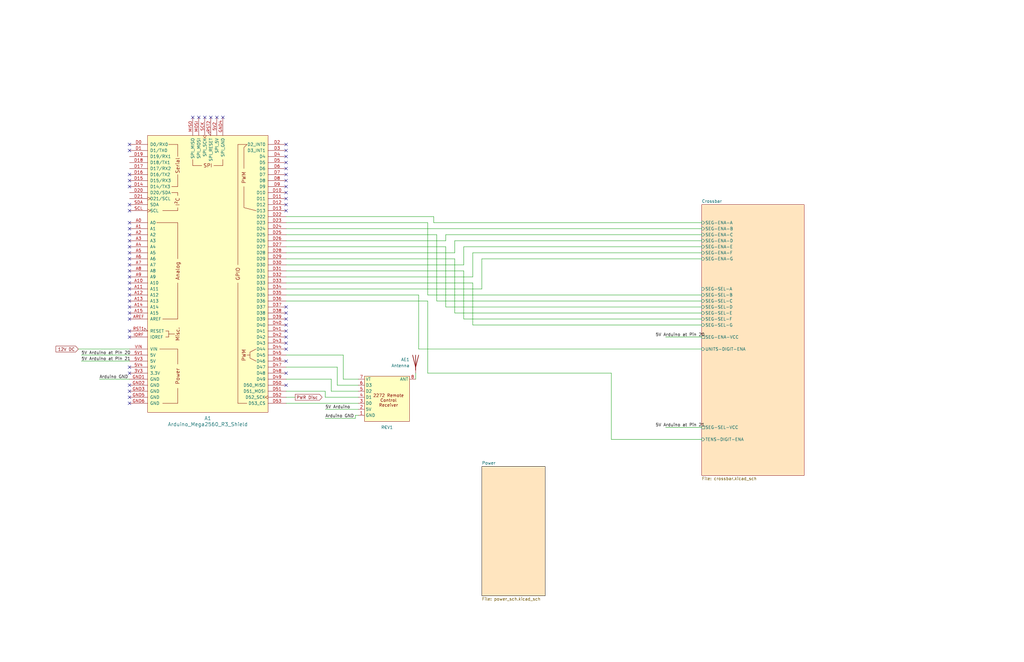
<source format=kicad_sch>
(kicad_sch (version 20230121) (generator eeschema)
  (paper "USLedger")
  (lib_symbols
    (symbol "Device:Antenna" (pin_numbers hide) (pin_names (offset 1.016) hide)
      (property "Reference" "AE1" (at 2.54 0.635 0))
      (property "Value" "Antenna" (at 2.54 -1.905 0))
      (symbol "Antenna_0_1"
        (polyline (pts (xy 0 2.54) (xy 0 -3.81)) (stroke (width 0.254)))
        (polyline (pts (xy 1.27 2.54) (xy 0 -2.54) (xy -1.27 2.54)) (stroke (width 0.254)))
      )
      (symbol "Antenna_1_1"
        (pin output line (at 0 -5.08 90) (length 2.54) (name "A") (number "1"))
      )
    )
    (symbol "PCM_arduino-library:Arduino_Mega2560_R3_Shield" (pin_names (offset 1.016))
      (property "Reference" "A1" (at 0 -60.96 0))
      (property "Value" "Arduino_Mega2560_R3_Shield" (at 0 -63.5 0))
      (symbol "Arduino_Mega2560_R3_Shield_0_0"
        (rectangle (start -25.4 -58.42) (end 25.4 58.42) (fill (type background)))
        (rectangle (start -20.32 -31.75) (end -12.7 -31.75))
        (rectangle (start -19.05 -54.61) (end -12.7 -54.61))
        (rectangle (start -19.05 -19.05) (end -12.7 -19.05))
        (rectangle (start -19.05 26.67) (end -12.7 26.67))
        (rectangle (start -17.78 -26.67) (end -16.51 -26.67))
        (rectangle (start -17.78 -24.13) (end -16.51 -24.13))
        (rectangle (start -16.51 -25.4) (end -13.97 -25.4))
        (rectangle (start -16.51 -24.13) (end -16.51 -26.67))
        (rectangle (start -16.51 54.61) (end -12.7 54.61))
        (rectangle (start -15.24 34.29) (end -12.7 34.29))
        (rectangle (start -15.24 36.83) (end -12.7 36.83))
        (rectangle (start -12.7 -54.61) (end -12.7 -48.26))
        (rectangle (start -12.7 -31.75) (end -12.7 -38.1))
        (rectangle (start -12.7 26.67) (end -12.7 27.94))
        (rectangle (start -12.7 34.29) (end -12.7 33.02))
        (rectangle (start -12.7 41.91) (end -12.7 36.83))
        (rectangle (start -12.7 49.53) (end -12.7 54.61))
        (rectangle (start -6.35 48.26) (end -6.35 45.72))
        (rectangle (start -2.54 45.72) (end -6.35 45.72))
        (polyline (pts (xy -21.59 21.59) (xy -12.7 21.59)))
        (polyline (pts (xy -12.7 -19.05) (xy -12.7 -3.81)))
        (polyline (pts (xy -12.7 6.35) (xy -12.7 21.59)))
        (polyline (pts (xy 12.7 -54.61) (xy 16.51 -54.61)))
        (polyline (pts (xy 12.7 54.61) (xy 16.51 54.61)))
        (polyline (pts (xy 17.78 -34.29) (xy 16.51 -34.29)))
        (polyline (pts (xy 15.24 36.83) (xy 15.24 27.94) (xy 20.32 26.67)))
        (polyline (pts (xy 15.24 44.45) (xy 15.24 53.34) (xy 16.51 54.61)))
        (polyline (pts (xy 20.32 -31.75) (xy 17.78 -33.02) (xy 17.78 -35.56) (xy 20.32 -36.83)))
        (rectangle (start 6.35 45.72) (end 2.54 45.72))
        (rectangle (start 6.35 48.26) (end 6.35 45.72))
        (text "Analog" (at -12.7 1.27 900) (effects (font (size 1.524 1.524))))
        (text "I²C" (at -12.7 30.48 900) (effects (font (size 1.524 1.524))))
        (text "Misc." (at -12.7 -25.4 900) (effects (font (size 1.524 1.524))))
        (text "Power" (at -12.7 -43.18 900) (effects (font (size 1.524 1.524))))
        (text "PWM" (at 15.24 -34.29 900) (effects (font (size 1.524 1.524))))
        (text "PWM" (at 15.24 40.64 900) (effects (font (size 1.524 1.524))))
        (text "Serial" (at -12.7 45.72 900) (effects (font (size 1.524 1.524))))
        (text "SPI" (at 0 45.72 0) (effects (font (size 1.524 1.524))))
      )
      (symbol "Arduino_Mega2560_R3_Shield_1_0"
        (rectangle (start 12.7 -54.61) (end 12.7 -3.81))
        (rectangle (start 12.7 54.61) (end 12.7 3.81))
        (text "GPIO" (at 12.7 0 900) (effects (font (size 1.524 1.524))))
      )
      (symbol "Arduino_Mega2560_R3_Shield_1_1"
        (pin power_out line (at -33.02 -41.91 0) (length 7.62) (name "3.3V") (number "3V3"))
        (pin power_out line (at -33.02 -34.29 0) (length 7.62) (name "5V") (number "5V1"))
        (pin power_in line (at 3.81 66.04 270) (length 7.62) (name "SPI_5V") (number "5V2"))
        (pin power_in line (at -33.02 -36.83 0) (length 7.62) (name "5V") (number "5V3"))
        (pin power_in line (at -33.02 -39.37 0) (length 7.62) (name "5V") (number "5V4"))
        (pin bidirectional line (at -33.02 21.59 0) (length 7.62) (name "A0") (number "A0"))
        (pin bidirectional line (at -33.02 19.05 0) (length 7.62) (name "A1") (number "A1"))
        (pin bidirectional line (at -33.02 -3.81 0) (length 7.62) (name "A10") (number "A10"))
        (pin bidirectional line (at -33.02 -6.35 0) (length 7.62) (name "A11") (number "A11"))
        (pin bidirectional line (at -33.02 -8.89 0) (length 7.62) (name "A12") (number "A12"))
        (pin bidirectional line (at -33.02 -11.43 0) (length 7.62) (name "A13") (number "A13"))
        (pin bidirectional line (at -33.02 -13.97 0) (length 7.62) (name "A14") (number "A14"))
        (pin bidirectional line (at -33.02 -16.51 0) (length 7.62) (name "A15") (number "A15"))
        (pin bidirectional line (at -33.02 16.51 0) (length 7.62) (name "A2") (number "A2"))
        (pin bidirectional line (at -33.02 13.97 0) (length 7.62) (name "A3") (number "A3"))
        (pin bidirectional line (at -33.02 11.43 0) (length 7.62) (name "A4") (number "A4"))
        (pin bidirectional line (at -33.02 8.89 0) (length 7.62) (name "A5") (number "A5"))
        (pin bidirectional line (at -33.02 6.35 0) (length 7.62) (name "A6") (number "A6"))
        (pin bidirectional line (at -33.02 3.81 0) (length 7.62) (name "A7") (number "A7"))
        (pin bidirectional line (at -33.02 1.27 0) (length 7.62) (name "A8") (number "A8"))
        (pin bidirectional line (at -33.02 -1.27 0) (length 7.62) (name "A9") (number "A9"))
        (pin input line (at -33.02 -19.05 0) (length 7.62) (name "AREF") (number "AREF"))
        (pin bidirectional line (at -33.02 54.61 0) (length 7.62) (name "D0/RX0") (number "D0"))
        (pin bidirectional line (at -33.02 52.07 0) (length 7.62) (name "D1/TX0") (number "D1"))
        (pin bidirectional line (at 33.02 34.29 180) (length 7.62) (name "D10") (number "D10"))
        (pin bidirectional line (at 33.02 31.75 180) (length 7.62) (name "D11") (number "D11"))
        (pin bidirectional line (at 33.02 29.21 180) (length 7.62) (name "D12") (number "D12"))
        (pin bidirectional line (at 33.02 26.67 180) (length 7.62) (name "D13") (number "D13"))
        (pin bidirectional line (at -33.02 36.83 0) (length 7.62) (name "D14/TX3") (number "D14"))
        (pin bidirectional line (at -33.02 39.37 0) (length 7.62) (name "D15/RX3") (number "D15"))
        (pin bidirectional line (at -33.02 41.91 0) (length 7.62) (name "D16/TX2") (number "D16"))
        (pin bidirectional line (at -33.02 44.45 0) (length 7.62) (name "D17/RX2") (number "D17"))
        (pin bidirectional line (at -33.02 46.99 0) (length 7.62) (name "D18/TX1") (number "D18"))
        (pin bidirectional line (at -33.02 49.53 0) (length 7.62) (name "D19/RX1") (number "D19"))
        (pin bidirectional line (at 33.02 54.61 180) (length 7.62) (name "D2_INT0") (number "D2"))
        (pin bidirectional line (at -33.02 34.29 0) (length 7.62) (name "D20/SDA") (number "D20"))
        (pin bidirectional clock (at -33.02 31.75 0) (length 7.62) (name "D21/SCL") (number "D21"))
        (pin bidirectional line (at 33.02 24.13 180) (length 7.62) (name "D22") (number "D22"))
        (pin bidirectional line (at 33.02 21.59 180) (length 7.62) (name "D23") (number "D23"))
        (pin bidirectional line (at 33.02 19.05 180) (length 7.62) (name "D24") (number "D24"))
        (pin bidirectional line (at 33.02 16.51 180) (length 7.62) (name "D25") (number "D25"))
        (pin bidirectional line (at 33.02 13.97 180) (length 7.62) (name "D26") (number "D26"))
        (pin bidirectional line (at 33.02 11.43 180) (length 7.62) (name "D27") (number "D27"))
        (pin bidirectional line (at 33.02 8.89 180) (length 7.62) (name "D28") (number "D28"))
        (pin bidirectional line (at 33.02 6.35 180) (length 7.62) (name "D29") (number "D29"))
        (pin bidirectional line (at 33.02 52.07 180) (length 7.62) (name "D3_INT1") (number "D3"))
        (pin bidirectional line (at 33.02 3.81 180) (length 7.62) (name "D30") (number "D30"))
        (pin bidirectional line (at 33.02 1.27 180) (length 7.62) (name "D31") (number "D31"))
        (pin bidirectional line (at 33.02 -1.27 180) (length 7.62) (name "D32") (number "D32"))
        (pin bidirectional line (at 33.02 -3.81 180) (length 7.62) (name "D33") (number "D33"))
        (pin bidirectional line (at 33.02 -6.35 180) (length 7.62) (name "D34") (number "D34"))
        (pin bidirectional line (at 33.02 -8.89 180) (length 7.62) (name "D35") (number "D35"))
        (pin bidirectional line (at 33.02 -11.43 180) (length 7.62) (name "D36") (number "D36"))
        (pin bidirectional line (at 33.02 -13.97 180) (length 7.62) (name "D37") (number "D37"))
        (pin bidirectional line (at 33.02 -16.51 180) (length 7.62) (name "D38") (number "D38"))
        (pin bidirectional line (at 33.02 -19.05 180) (length 7.62) (name "D39") (number "D39"))
        (pin bidirectional line (at 33.02 49.53 180) (length 7.62) (name "D4") (number "D4"))
        (pin bidirectional line (at 33.02 -21.59 180) (length 7.62) (name "D40") (number "D40"))
        (pin bidirectional line (at 33.02 -24.13 180) (length 7.62) (name "D41") (number "D41"))
        (pin bidirectional line (at 33.02 -26.67 180) (length 7.62) (name "D42") (number "D42"))
        (pin bidirectional line (at 33.02 -29.21 180) (length 7.62) (name "D43") (number "D43"))
        (pin bidirectional line (at 33.02 -31.75 180) (length 7.62) (name "D44") (number "D44"))
        (pin bidirectional line (at 33.02 -34.29 180) (length 7.62) (name "D45") (number "D45"))
        (pin bidirectional line (at 33.02 -36.83 180) (length 7.62) (name "D46") (number "D46"))
        (pin bidirectional line (at 33.02 -39.37 180) (length 7.62) (name "D47") (number "D47"))
        (pin bidirectional line (at 33.02 -41.91 180) (length 7.62) (name "D48") (number "D48"))
        (pin bidirectional line (at 33.02 -44.45 180) (length 7.62) (name "D49") (number "D49"))
        (pin bidirectional line (at 33.02 46.99 180) (length 7.62) (name "D5") (number "D5"))
        (pin bidirectional line (at 33.02 -46.99 180) (length 7.62) (name "D50_MISO") (number "D50"))
        (pin bidirectional line (at 33.02 -49.53 180) (length 7.62) (name "D51_MOSI") (number "D51"))
        (pin bidirectional clock (at 33.02 -52.07 180) (length 7.62) (name "D52_SCK") (number "D52"))
        (pin bidirectional line (at 33.02 -54.61 180) (length 7.62) (name "D53_CS") (number "D53"))
        (pin bidirectional line (at 33.02 44.45 180) (length 7.62) (name "D6") (number "D6"))
        (pin bidirectional line (at 33.02 41.91 180) (length 7.62) (name "D7") (number "D7"))
        (pin bidirectional line (at 33.02 39.37 180) (length 7.62) (name "D8") (number "D8"))
        (pin bidirectional line (at 33.02 36.83 180) (length 7.62) (name "D9") (number "D9"))
        (pin power_in line (at -33.02 -44.45 0) (length 7.62) (name "GND") (number "GND1"))
        (pin power_in line (at -33.02 -46.99 0) (length 7.62) (name "GND") (number "GND2"))
        (pin power_in line (at -33.02 -49.53 0) (length 7.62) (name "GND") (number "GND3"))
        (pin power_in line (at 6.35 66.04 270) (length 7.62) (name "SPI_GND") (number "GND4"))
        (pin power_in line (at -33.02 -52.07 0) (length 7.62) (name "GND") (number "GND5"))
        (pin power_in line (at -33.02 -54.61 0) (length 7.62) (name "GND") (number "GND6"))
        (pin output line (at -33.02 -26.67 0) (length 7.62) (name "IOREF") (number "IORF"))
        (pin input line (at -6.35 66.04 270) (length 7.62) (name "SPI_MISO") (number "MISO"))
        (pin output line (at -3.81 66.04 270) (length 7.62) (name "SPI_MOSI") (number "MOSI"))
        (pin open_collector input_low (at -33.02 -24.13 0) (length 7.62) (name "RESET") (number "RST1"))
        (pin open_collector input_low (at 1.27 66.04 270) (length 7.62) (name "SPI_RESET") (number "RST2"))
        (pin output clock (at -1.27 66.04 270) (length 7.62) (name "SPI_SCK") (number "SCK"))
        (pin bidirectional clock (at -33.02 26.67 0) (length 7.62) (name "SCL") (number "SCL"))
        (pin bidirectional line (at -33.02 29.21 0) (length 7.62) (name "SDA") (number "SDA"))
        (pin power_in line (at -33.02 -31.75 0) (length 7.62) (name "VIN") (number "VIN"))
      )
    )
    (symbol "Project Library:Marstech_2272_Receiver" (on_board no)
      (property "Reference" "RCV" (at 0 0 0))
      (symbol "Marstech_2272_Receiver_1_1"
        (rectangle (start -10.16 -2.54) (end 8.89 -21.59) (fill (type background)))
        (text "2272 Remote\nControl\nReceiver" (at -1.27 -11.43 0) (effects (font (size 1.27 1.27))))
        (pin power_in line (at 11.43 -5.08 180) (length 2.54) (name "GND") (number "1"))
        (pin power_in line (at 11.43 -7.62 180) (length 2.54) (name "5V") (number "2"))
        (pin output line (at 11.43 -10.16 180) (length 2.54) (name "D0") (number "3"))
        (pin output line (at 11.43 -12.7 180) (length 2.54) (name "D1") (number "4"))
        (pin output line (at 11.43 -15.24 180) (length 2.54) (name "D2") (number "5"))
        (pin output line (at 11.43 -17.78 180) (length 2.54) (name "D3") (number "6"))
        (pin output line (at 11.43 -20.32 180) (length 2.54) (name "VT") (number "7"))
        (pin input line (at -12.7 -20.32 0) (length 2.54) (name "ANT") (number "8"))
      )
    )
  )
  (no_connect (at 120.65 73.66))
  (no_connect (at 120.65 68.58))
  (no_connect (at 54.61 78.74))
  (no_connect (at 88.9 49.53))
  (no_connect (at 54.61 114.3))
  (no_connect (at 54.61 104.14))
  (no_connect (at 54.61 99.06))
  (no_connect (at 120.65 132.08))
  (no_connect (at 54.61 76.2))
  (no_connect (at 120.65 83.82))
  (no_connect (at 120.65 147.32))
  (no_connect (at 120.65 157.48))
  (no_connect (at 54.61 93.98))
  (no_connect (at 54.61 111.76))
  (no_connect (at 54.61 139.7))
  (no_connect (at 120.65 134.62))
  (no_connect (at 54.61 127))
  (no_connect (at 120.65 152.4))
  (no_connect (at 120.65 139.7))
  (no_connect (at 54.61 132.08))
  (no_connect (at 93.98 49.53))
  (no_connect (at 54.61 106.68))
  (no_connect (at 54.61 157.48))
  (no_connect (at 120.65 76.2))
  (no_connect (at 54.61 142.24))
  (no_connect (at 120.65 86.36))
  (no_connect (at 54.61 154.94))
  (no_connect (at 120.65 144.78))
  (no_connect (at 54.61 101.6))
  (no_connect (at 54.61 60.96))
  (no_connect (at 83.82 49.53))
  (no_connect (at 120.65 78.74))
  (no_connect (at 54.61 96.52))
  (no_connect (at 120.65 162.56))
  (no_connect (at 54.61 86.36))
  (no_connect (at 120.65 129.54))
  (no_connect (at 54.61 167.64))
  (no_connect (at 54.61 109.22))
  (no_connect (at 120.65 66.04))
  (no_connect (at 120.65 88.9))
  (no_connect (at 54.61 124.46))
  (no_connect (at 120.65 60.96))
  (no_connect (at 54.61 119.38))
  (no_connect (at 54.61 134.62))
  (no_connect (at 120.65 71.12))
  (no_connect (at 54.61 121.92))
  (no_connect (at 54.61 162.56))
  (no_connect (at 54.61 170.18))
  (no_connect (at 91.44 49.53))
  (no_connect (at 120.65 137.16))
  (no_connect (at 54.61 88.9))
  (no_connect (at 120.65 142.24))
  (no_connect (at 86.36 49.53))
  (no_connect (at 120.65 63.5))
  (no_connect (at 120.65 81.28))
  (no_connect (at 54.61 73.66))
  (no_connect (at 54.61 116.84))
  (no_connect (at 54.61 165.1))
  (no_connect (at 54.61 129.54))
  (no_connect (at 54.61 63.5))
  (no_connect (at 81.28 49.53))
  (wire (pts (xy 280.67 142.24) (xy 295.91 142.24)))
  (wire (pts (xy 139.7 160.02) (xy 120.65 160.02)))
  (wire (pts (xy 151.13 162.56) (xy 142.24 162.56)))
  (wire (pts (xy 34.29 149.86) (xy 54.61 149.86)))
  (wire (pts (xy 191.77 109.22) (xy 120.65 109.22)))
  (wire (pts (xy 257.81 157.48) (xy 257.81 185.42)))
  (wire (pts (xy 120.65 124.46) (xy 176.53 124.46)))
  (wire (pts (xy 191.77 132.08) (xy 295.91 132.08)))
  (wire (pts (xy 137.16 176.53) (xy 149.86 176.53)))
  (wire (pts (xy 142.24 162.56) (xy 142.24 154.94)))
  (wire (pts (xy 195.58 104.14) (xy 195.58 111.76)))
  (wire (pts (xy 180.34 124.46) (xy 180.34 93.98)))
  (wire (pts (xy 41.91 160.02) (xy 54.61 160.02)))
  (wire (pts (xy 120.65 167.64) (xy 124.46 167.64)))
  (wire (pts (xy 199.39 137.16) (xy 199.39 119.38)))
  (wire (pts (xy 151.13 175.26) (xy 149.86 175.26)))
  (wire (pts (xy 175.26 157.48) (xy 175.26 160.02)))
  (wire (pts (xy 199.39 137.16) (xy 295.91 137.16)))
  (wire (pts (xy 199.39 119.38) (xy 120.65 119.38)))
  (wire (pts (xy 191.77 101.6) (xy 295.91 101.6)))
  (wire (pts (xy 137.16 172.72) (xy 151.13 172.72)))
  (wire (pts (xy 120.65 93.98) (xy 180.34 93.98)))
  (wire (pts (xy 120.65 99.06) (xy 184.15 99.06)))
  (wire (pts (xy 120.65 96.52) (xy 295.91 96.52)))
  (wire (pts (xy 203.2 109.22) (xy 295.91 109.22)))
  (wire (pts (xy 139.7 165.1) (xy 139.7 160.02)))
  (wire (pts (xy 187.96 99.06) (xy 295.91 99.06)))
  (wire (pts (xy 195.58 134.62) (xy 295.91 134.62)))
  (wire (pts (xy 187.96 129.54) (xy 295.91 129.54)))
  (wire (pts (xy 151.13 160.02) (xy 144.78 160.02)))
  (wire (pts (xy 182.88 93.98) (xy 295.91 93.98)))
  (wire (pts (xy 180.34 127) (xy 120.65 127)))
  (wire (pts (xy 176.53 124.46) (xy 176.53 147.32)))
  (wire (pts (xy 187.96 101.6) (xy 120.65 101.6)))
  (wire (pts (xy 176.53 147.32) (xy 295.91 147.32)))
  (wire (pts (xy 33.02 147.32) (xy 54.61 147.32)))
  (wire (pts (xy 184.15 127) (xy 295.91 127)))
  (wire (pts (xy 144.78 149.86) (xy 120.65 149.86)))
  (wire (pts (xy 151.13 165.1) (xy 139.7 165.1)))
  (wire (pts (xy 187.96 129.54) (xy 187.96 104.14)))
  (wire (pts (xy 137.16 167.64) (xy 137.16 165.1)))
  (wire (pts (xy 137.16 165.1) (xy 120.65 165.1)))
  (wire (pts (xy 203.2 109.22) (xy 203.2 121.92)))
  (wire (pts (xy 180.34 157.48) (xy 257.81 157.48)))
  (wire (pts (xy 257.81 185.42) (xy 295.91 185.42)))
  (wire (pts (xy 187.96 104.14) (xy 120.65 104.14)))
  (wire (pts (xy 120.65 111.76) (xy 195.58 111.76)))
  (wire (pts (xy 180.34 127) (xy 180.34 157.48)))
  (wire (pts (xy 142.24 154.94) (xy 120.65 154.94)))
  (wire (pts (xy 120.65 106.68) (xy 191.77 106.68)))
  (wire (pts (xy 199.39 106.68) (xy 295.91 106.68)))
  (wire (pts (xy 120.65 116.84) (xy 199.39 116.84)))
  (wire (pts (xy 120.65 91.44) (xy 182.88 91.44)))
  (wire (pts (xy 280.67 180.34) (xy 295.91 180.34)))
  (wire (pts (xy 195.58 114.3) (xy 120.65 114.3)))
  (wire (pts (xy 120.65 121.92) (xy 203.2 121.92)))
  (wire (pts (xy 187.96 99.06) (xy 187.96 101.6)))
  (wire (pts (xy 191.77 132.08) (xy 191.77 109.22)))
  (wire (pts (xy 199.39 106.68) (xy 199.39 116.84)))
  (wire (pts (xy 120.65 170.18) (xy 151.13 170.18)))
  (wire (pts (xy 195.58 134.62) (xy 195.58 114.3)))
  (wire (pts (xy 184.15 127) (xy 184.15 99.06)))
  (wire (pts (xy 151.13 167.64) (xy 137.16 167.64)))
  (wire (pts (xy 149.86 175.26) (xy 149.86 176.53)))
  (wire (pts (xy 191.77 101.6) (xy 191.77 106.68)))
  (wire (pts (xy 144.78 160.02) (xy 144.78 149.86)))
  (wire (pts (xy 195.58 104.14) (xy 295.91 104.14)))
  (wire (pts (xy 180.34 124.46) (xy 295.91 124.46)))
  (wire (pts (xy 34.29 152.4) (xy 54.61 152.4)))
  (wire (pts (xy 182.88 91.44) (xy 182.88 93.98)))
  (label "5V Arduino at Pin 21" (at 34.29 152.4 0))
  (label "5V Arduino" (at 137.16 172.72 0))
  (label "5V Arduino at Pin 20" (at 34.29 149.86 0))
  (label "Arduino GND" (at 41.91 160.02 0))
  (label "5V Arduino at Pin 21" (at 297.18 180.34 180))
  (label "Arduino GND" (at 137.16 176.53 0))
  (label "5V Arduino at Pin 20" (at 297.18 142.24 180))
  (global_label "12V DC" (shape input) (at 33.02 147.32 180) (property "Intersheetrefs" "${INTERSHEET_REFS}" (effects hide)))
  (global_label "PWR Disc" (shape output) (at 124.46 167.64 0) (property "Intersheetrefs" "${INTERSHEET_REFS}" (effects hide)))
  (symbol (lib_id "Project Library:Marstech_2272_Receiver") (at 162.56 180.34 180) (unit 1) (on_board no)
    (property "Reference" "RCV1" (at 163.195 180.34 0))
    (property "Value" "~" (at 162.56 180.34 0))
  )
  (symbol (lib_id "Device:Antenna") (at 175.26 152.4 0) (mirror y) (unit 1)
    (property "Reference" "AE1" (at 172.72 151.765 0) (effects (justify left)))
    (property "Value" "Antenna" (at 172.72 154.305 0) (effects (justify left)))
  )
  (symbol (lib_id "PCM_arduino-library:Arduino_Mega2560_R3_Shield") (at 87.63 115.57 0) (unit 1)
    (property "Reference" "A1" (at 87.63 176.53 0) (effects (font (size 1.524 1.524))))
    (property "Value" "Arduino_Mega2560_R3_Shield" (at 87.63 179.07 0) (effects (font (size 1.524 1.524))))
    (property "Footprint" "PCM_arduino-library:Arduino_Mega2560_R3_Shield" (effects hide))
    (property "Datasheet" "https://docs.arduino.cc/hardware/mega-2560" (effects hide))
  )
  (sheet (at 295.91 86.36) (size 43.18 114.3) (stroke (width 0.1524)) (fill (color 255 229 191 1.0000))
    (property "Sheetname" "Crossbar" (at 295.91 85.6484 0) (effects (justify left bottom)))
    (property "Sheetfile" "crossbar.kicad_sch" (at 295.91 201.2446 0) (effects (justify left top)))
    (pin "SEG-SEL-A" input (at 295.91 121.92 180))
    (pin "SEG-SEL-B" input (at 295.91 124.46 180))
    (pin "SEG-SEL-C" input (at 295.91 127 180))
    (pin "SEG-SEL-D" input (at 295.91 129.54 180))
    (pin "SEG-ENA-VCC" passive (at 295.91 142.24 180))
    (pin "SEG-SEL-E" input (at 295.91 132.08 180))
    (pin "SEG-SEL-F" input (at 295.91 134.62 180))
    (pin "SEG-SEL-G" input (at 295.91 137.16 180))
    (pin "UNITS-DIGIT-ENA" input (at 295.91 147.32 180))
    (pin "SEG-ENA-E" input (at 295.91 104.14 180))
    (pin "SEG-ENA-F" input (at 295.91 106.68 180))
    (pin "SEG-ENA-G" input (at 295.91 109.22 180))
    (pin "SEG-ENA-D" input (at 295.91 101.6 180))
    (pin "SEG-SEL-VCC" passive (at 295.91 180.34 180))
    (pin "SEG-ENA-A" input (at 295.91 93.98 180))
    (pin "SEG-ENA-B" input (at 295.91 96.52 180))
    (pin "SEG-ENA-C" input (at 295.91 99.06 180))
    (pin "TENS-DIGIT-ENA" input (at 295.91 185.42 180))
  )
  (sheet (at 203.2 196.85) (size 26.67 54.61) (stroke (width 0.1524) (color 0 0 0 1)) (fill (color 255 229 191 1.0000))
    (property "Sheetname" "Power" (at 203.2 196.1384 0) (effects (justify left bottom)))
    (property "Sheetfile" "power_sch.kicad_sch" (at 203.2 252.0446 0) (effects (justify left top)))
  )
)
</source>
